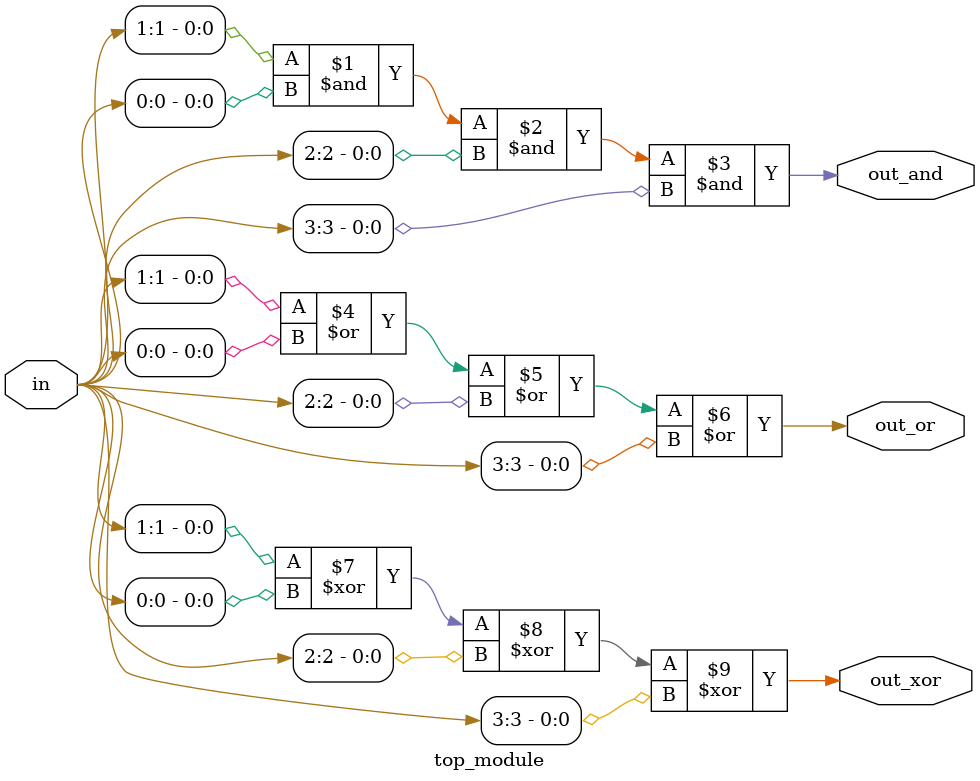
<source format=v>
/*Build a combinational circuit with four inputs, in[3:0].

There are 3 outputs:

out_and: output of a 4-input AND gate.
out_or: output of a 4-input OR gate.
out_xor: output of a 4-input XOR gate.
To review the AND, OR, and XOR operators, see andgate, norgate, and xnorgate.*/
module top_module( 
    input [3:0] in,
    output out_and,
    output out_or,
    output out_xor
);
    and g1(out_and,in[1],in[0],in[2],in[3]);
    or g2(out_or,in[1],in[0],in[2],in[3]);
    xor g3(out_xor,in[1],in[0],in[2],in[3]);
endmodule

</source>
